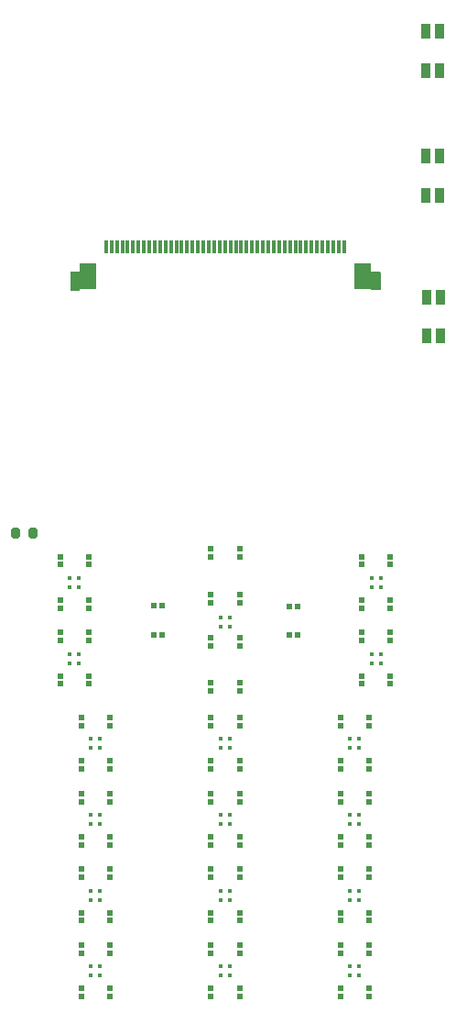
<source format=gtp>
%TF.GenerationSoftware,KiCad,Pcbnew,9.0.2-9.0.2-0~ubuntu25.04.1*%
%TF.CreationDate,2025-05-27T06:32:49+10:00*%
%TF.ProjectId,front_board,66726f6e-745f-4626-9f61-72642e6b6963,rev?*%
%TF.SameCoordinates,Original*%
%TF.FileFunction,Paste,Top*%
%TF.FilePolarity,Positive*%
%FSLAX46Y46*%
G04 Gerber Fmt 4.6, Leading zero omitted, Abs format (unit mm)*
G04 Created by KiCad (PCBNEW 9.0.2-9.0.2-0~ubuntu25.04.1) date 2025-05-27 06:32:49*
%MOMM*%
%LPD*%
G01*
G04 APERTURE LIST*
G04 Aperture macros list*
%AMRoundRect*
0 Rectangle with rounded corners*
0 $1 Rounding radius*
0 $2 $3 $4 $5 $6 $7 $8 $9 X,Y pos of 4 corners*
0 Add a 4 corners polygon primitive as box body*
4,1,4,$2,$3,$4,$5,$6,$7,$8,$9,$2,$3,0*
0 Add four circle primitives for the rounded corners*
1,1,$1+$1,$2,$3*
1,1,$1+$1,$4,$5*
1,1,$1+$1,$6,$7*
1,1,$1+$1,$8,$9*
0 Add four rect primitives between the rounded corners*
20,1,$1+$1,$2,$3,$4,$5,0*
20,1,$1+$1,$4,$5,$6,$7,0*
20,1,$1+$1,$6,$7,$8,$9,0*
20,1,$1+$1,$8,$9,$2,$3,0*%
%AMFreePoly0*
4,1,14,0.800000,-1.200000,-0.787300,-1.200000,-0.791020,-1.208980,-0.800000,-1.212700,-1.600000,-1.212700,-1.608980,-1.208980,-1.612700,-1.200000,-1.612700,0.400000,-1.608980,0.408980,-1.600000,0.412700,-0.800000,0.412700,-0.800000,1.200000,0.800000,1.200000,0.800000,-1.200000,0.800000,-1.200000,$1*%
%AMFreePoly1*
4,1,14,0.800000,0.412700,1.600000,0.412700,1.608980,0.408980,1.612700,0.400000,1.612700,-1.200000,1.608980,-1.208980,1.600000,-1.212700,0.800000,-1.212700,0.791020,-1.208980,0.787300,-1.200000,-0.800000,-1.200000,-0.800000,1.200000,0.800000,1.200000,0.800000,0.412700,0.800000,0.412700,$1*%
G04 Aperture macros list end*
%ADD10C,0.025400*%
%ADD11R,0.450000X0.450000*%
%ADD12R,0.550000X0.550000*%
%ADD13R,0.900000X1.400000*%
%ADD14RoundRect,0.200000X0.200000X0.275000X-0.200000X0.275000X-0.200000X-0.275000X0.200000X-0.275000X0*%
%ADD15R,0.300000X1.200000*%
%ADD16FreePoly0,0.000000*%
%ADD17FreePoly1,0.000000*%
G04 APERTURE END LIST*
D10*
%TO.C,J9*%
X66750000Y-82051600D02*
X65950000Y-82051600D01*
X65950000Y-80451600D01*
X66750000Y-80451600D01*
X66750000Y-82051600D01*
G36*
X66750000Y-82051600D02*
G01*
X65950000Y-82051600D01*
X65950000Y-80451600D01*
X66750000Y-80451600D01*
X66750000Y-82051600D01*
G37*
X94550000Y-82050000D02*
X93750000Y-82050000D01*
X93750000Y-80450000D01*
X94550000Y-80450000D01*
X94550000Y-82050000D01*
G36*
X94550000Y-82050000D02*
G01*
X93750000Y-82050000D01*
X93750000Y-80450000D01*
X94550000Y-80450000D01*
X94550000Y-82050000D01*
G37*
%TD*%
D11*
%TO.C,LED9*%
X80687500Y-130530000D03*
X80687500Y-131380000D03*
X79837500Y-130530000D03*
X79837500Y-131380000D03*
%TD*%
D12*
%TO.C,SW40*%
X65000000Y-117700000D03*
X67650000Y-117700000D03*
X65000000Y-118450000D03*
X67650000Y-118450000D03*
%TD*%
%TO.C,SW24*%
X90900000Y-125550000D03*
X93550000Y-125550000D03*
X90900000Y-126300000D03*
X93550000Y-126300000D03*
%TD*%
D13*
%TO.C,SW44*%
X100125000Y-61850000D03*
X100125000Y-58250000D03*
X98825000Y-61850000D03*
X98825000Y-58250000D03*
%TD*%
D12*
%TO.C,SW18*%
X90900000Y-132550000D03*
X93550000Y-132550000D03*
X90900000Y-133300000D03*
X93550000Y-133300000D03*
%TD*%
D11*
%TO.C,LED8*%
X80687500Y-123530000D03*
X80687500Y-124380000D03*
X79837500Y-123530000D03*
X79837500Y-124380000D03*
%TD*%
D12*
%TO.C,SW6*%
X90900000Y-146550000D03*
X93550000Y-146550000D03*
X90900000Y-147300000D03*
X93550000Y-147300000D03*
%TD*%
%TO.C,SW4*%
X78950000Y-146550000D03*
X81600000Y-146550000D03*
X78950000Y-147300000D03*
X81600000Y-147300000D03*
%TD*%
%TO.C,SW41*%
X92900000Y-113700000D03*
X95550000Y-113700000D03*
X92900000Y-114450000D03*
X95550000Y-114450000D03*
%TD*%
%TO.C,SW39*%
X65000000Y-113700000D03*
X67650000Y-113700000D03*
X65000000Y-114450000D03*
X67650000Y-114450000D03*
%TD*%
%TO.C,SW15*%
X78950000Y-128550000D03*
X81600000Y-128550000D03*
X78950000Y-129300000D03*
X81600000Y-129300000D03*
%TD*%
D14*
%TO.C,R23*%
X62500000Y-104550000D03*
X60850000Y-104550000D03*
%TD*%
D12*
%TO.C,SW35*%
X65000000Y-106700000D03*
X67650000Y-106700000D03*
X65000000Y-107450000D03*
X67650000Y-107450000D03*
%TD*%
%TO.C,SW22*%
X78950000Y-125550000D03*
X81600000Y-125550000D03*
X78950000Y-126300000D03*
X81600000Y-126300000D03*
%TD*%
D11*
%TO.C,LED11*%
X80687500Y-144512500D03*
X80687500Y-145362500D03*
X79837500Y-144512500D03*
X79837500Y-145362500D03*
%TD*%
D12*
%TO.C,SW19*%
X66950000Y-121550000D03*
X69600000Y-121550000D03*
X66950000Y-122300000D03*
X69600000Y-122300000D03*
%TD*%
D13*
%TO.C,SW43*%
X100125000Y-73350000D03*
X100125000Y-69750000D03*
X98825000Y-73350000D03*
X98825000Y-69750000D03*
%TD*%
D12*
%TO.C,SW1*%
X66950000Y-142550000D03*
X69600000Y-142550000D03*
X66950000Y-143300000D03*
X69600000Y-143300000D03*
%TD*%
D11*
%TO.C,LED14*%
X92637500Y-123530000D03*
X92637500Y-124380000D03*
X91787500Y-123530000D03*
X91787500Y-124380000D03*
%TD*%
%TO.C,LED17*%
X92637500Y-144530000D03*
X92637500Y-145380000D03*
X91787500Y-144530000D03*
X91787500Y-145380000D03*
%TD*%
D12*
%TO.C,SW8*%
X66950000Y-139550000D03*
X69600000Y-139550000D03*
X66950000Y-140300000D03*
X69600000Y-140300000D03*
%TD*%
D11*
%TO.C,LED16*%
X92637500Y-137530000D03*
X92637500Y-138380000D03*
X91787500Y-137530000D03*
X91787500Y-138380000D03*
%TD*%
D12*
%TO.C,SW31*%
X78950000Y-118350000D03*
X81600000Y-118350000D03*
X78950000Y-119100000D03*
X81600000Y-119100000D03*
%TD*%
D11*
%TO.C,LED2*%
X66737500Y-115680000D03*
X66737500Y-116530000D03*
X65887500Y-115680000D03*
X65887500Y-116530000D03*
%TD*%
%TO.C,LED1*%
X66737500Y-108680000D03*
X66737500Y-109530000D03*
X65887500Y-108680000D03*
X65887500Y-109530000D03*
%TD*%
%TO.C,LED13*%
X94637500Y-115680000D03*
X94637500Y-116530000D03*
X93787500Y-115680000D03*
X93787500Y-116530000D03*
%TD*%
D12*
%TO.C,SW9*%
X78950000Y-135550000D03*
X81600000Y-135550000D03*
X78950000Y-136300000D03*
X81600000Y-136300000D03*
%TD*%
%TO.C,SW5*%
X90900000Y-142550000D03*
X93550000Y-142550000D03*
X90900000Y-143300000D03*
X93550000Y-143300000D03*
%TD*%
%TO.C,SW36*%
X65000000Y-110700000D03*
X67650000Y-110700000D03*
X65000000Y-111450000D03*
X67650000Y-111450000D03*
%TD*%
%TO.C,SW16*%
X78950000Y-132550000D03*
X81600000Y-132550000D03*
X78950000Y-133300000D03*
X81600000Y-133300000D03*
%TD*%
%TO.C,SW23*%
X90900000Y-121550000D03*
X93550000Y-121550000D03*
X90900000Y-122300000D03*
X93550000Y-122300000D03*
%TD*%
%TO.C,SW42*%
X92900000Y-117700000D03*
X95550000Y-117700000D03*
X92900000Y-118450000D03*
X95550000Y-118450000D03*
%TD*%
%TO.C,SW37*%
X92900000Y-106700000D03*
X95550000Y-106700000D03*
X92900000Y-107450000D03*
X95550000Y-107450000D03*
%TD*%
D11*
%TO.C,LED15*%
X92637500Y-130530000D03*
X92637500Y-131380000D03*
X91787500Y-130530000D03*
X91787500Y-131380000D03*
%TD*%
D12*
%TO.C,SW34*%
X78950000Y-114200000D03*
X81600000Y-114200000D03*
X78950000Y-114950000D03*
X81600000Y-114950000D03*
%TD*%
D11*
%TO.C,LED12*%
X94637500Y-108680000D03*
X94637500Y-109530000D03*
X93787500Y-108680000D03*
X93787500Y-109530000D03*
%TD*%
D15*
%TO.C,J9*%
X91250000Y-78152010D03*
X90750000Y-78152010D03*
X90250000Y-78152010D03*
X89750020Y-78152010D03*
X89250020Y-78152010D03*
X88750020Y-78152010D03*
X88250020Y-78152010D03*
X87750020Y-78152010D03*
X87250020Y-78152010D03*
X86750020Y-78152010D03*
X86250020Y-78152010D03*
X85750020Y-78152010D03*
X85250020Y-78152010D03*
X84750020Y-78152010D03*
X84250020Y-78152010D03*
X83750020Y-78152010D03*
X83250020Y-78152010D03*
X82750020Y-78152010D03*
X82250020Y-78152010D03*
X81750020Y-78152010D03*
X81250020Y-78152010D03*
X80750022Y-78152010D03*
X80250022Y-78152010D03*
X79750022Y-78152010D03*
X79250022Y-78152010D03*
X78750020Y-78152010D03*
X78250020Y-78152010D03*
X77750020Y-78152010D03*
X77250020Y-78152010D03*
X76750020Y-78152010D03*
X76250020Y-78152010D03*
X75750020Y-78152010D03*
X75250020Y-78152010D03*
X74750020Y-78152010D03*
X74250020Y-78152010D03*
X73750020Y-78152010D03*
X73250020Y-78152010D03*
X72750020Y-78152010D03*
X72250020Y-78152010D03*
X71750020Y-78152010D03*
X71250020Y-78152010D03*
X70750020Y-78152010D03*
X70250020Y-78152010D03*
X69750000Y-78152010D03*
X69250000Y-78152010D03*
D16*
X67550000Y-80851600D03*
D17*
X92950000Y-80850000D03*
%TD*%
D12*
%TO.C,SW12*%
X90900000Y-139550000D03*
X93550000Y-139550000D03*
X90900000Y-140300000D03*
X93550000Y-140300000D03*
%TD*%
%TO.C,SW14*%
X66950000Y-132550000D03*
X69600000Y-132550000D03*
X66950000Y-133300000D03*
X69600000Y-133300000D03*
%TD*%
%TO.C,SW17*%
X90900000Y-128550000D03*
X93550000Y-128550000D03*
X90900000Y-129300000D03*
X93550000Y-129300000D03*
%TD*%
D11*
%TO.C,LED4*%
X68687500Y-130530000D03*
X68687500Y-131380000D03*
X67837500Y-130530000D03*
X67837500Y-131380000D03*
%TD*%
D12*
%TO.C,SW20*%
X66950000Y-125550000D03*
X69600000Y-125550000D03*
X66950000Y-126300000D03*
X69600000Y-126300000D03*
%TD*%
%TO.C,SW38*%
X92900000Y-110700000D03*
X95550000Y-110700000D03*
X92900000Y-111450000D03*
X95550000Y-111450000D03*
%TD*%
%TO.C,SW29*%
X86950000Y-111300000D03*
X86950000Y-113950000D03*
X86200000Y-111300000D03*
X86200000Y-113950000D03*
%TD*%
D11*
%TO.C,LED7*%
X80687500Y-112312500D03*
X80687500Y-113162500D03*
X79837500Y-112312500D03*
X79837500Y-113162500D03*
%TD*%
D12*
%TO.C,SW21*%
X78950000Y-121550000D03*
X81600000Y-121550000D03*
X78950000Y-122300000D03*
X81600000Y-122300000D03*
%TD*%
D13*
%TO.C,SW45*%
X100175000Y-86350000D03*
X100175000Y-82750000D03*
X98875000Y-86350000D03*
X98875000Y-82750000D03*
%TD*%
D11*
%TO.C,LED6*%
X68687500Y-144512500D03*
X68687500Y-145362500D03*
X67837500Y-144512500D03*
X67837500Y-145362500D03*
%TD*%
D12*
%TO.C,SW10*%
X78950000Y-139550000D03*
X81600000Y-139550000D03*
X78950000Y-140300000D03*
X81600000Y-140300000D03*
%TD*%
%TO.C,SW13*%
X66950000Y-128550000D03*
X69600000Y-128550000D03*
X66950000Y-129300000D03*
X69600000Y-129300000D03*
%TD*%
%TO.C,SW3*%
X78950000Y-142550000D03*
X81600000Y-142550000D03*
X78950000Y-143300000D03*
X81600000Y-143300000D03*
%TD*%
D11*
%TO.C,LED5*%
X68687500Y-137530000D03*
X68687500Y-138380000D03*
X67837500Y-137530000D03*
X67837500Y-138380000D03*
%TD*%
D12*
%TO.C,SW27*%
X78950000Y-106000000D03*
X81600000Y-106000000D03*
X78950000Y-106750000D03*
X81600000Y-106750000D03*
%TD*%
%TO.C,SW2*%
X66950000Y-146550000D03*
X69600000Y-146550000D03*
X66950000Y-147300000D03*
X69600000Y-147300000D03*
%TD*%
%TO.C,SW7*%
X66950000Y-135550000D03*
X69600000Y-135550000D03*
X66950000Y-136300000D03*
X69600000Y-136300000D03*
%TD*%
%TO.C,SW11*%
X90900000Y-135550000D03*
X93550000Y-135550000D03*
X90900000Y-136300000D03*
X93550000Y-136300000D03*
%TD*%
%TO.C,SW25*%
X73650000Y-113900000D03*
X73650000Y-111250000D03*
X74400000Y-113900000D03*
X74400000Y-111250000D03*
%TD*%
D11*
%TO.C,LED10*%
X80687500Y-137530000D03*
X80687500Y-138380000D03*
X79837500Y-137530000D03*
X79837500Y-138380000D03*
%TD*%
D12*
%TO.C,SW33*%
X78950000Y-110200000D03*
X81600000Y-110200000D03*
X78950000Y-110950000D03*
X81600000Y-110950000D03*
%TD*%
D11*
%TO.C,LED3*%
X68687500Y-123530000D03*
X68687500Y-124380000D03*
X67837500Y-123530000D03*
X67837500Y-124380000D03*
%TD*%
M02*

</source>
